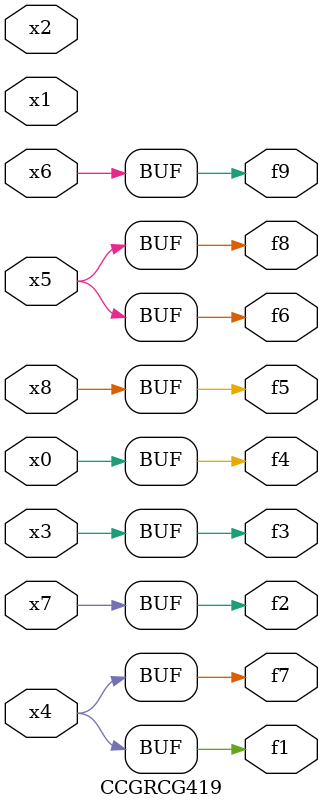
<source format=v>
module CCGRCG419(
	input x0, x1, x2, x3, x4, x5, x6, x7, x8,
	output f1, f2, f3, f4, f5, f6, f7, f8, f9
);
	assign f1 = x4;
	assign f2 = x7;
	assign f3 = x3;
	assign f4 = x0;
	assign f5 = x8;
	assign f6 = x5;
	assign f7 = x4;
	assign f8 = x5;
	assign f9 = x6;
endmodule

</source>
